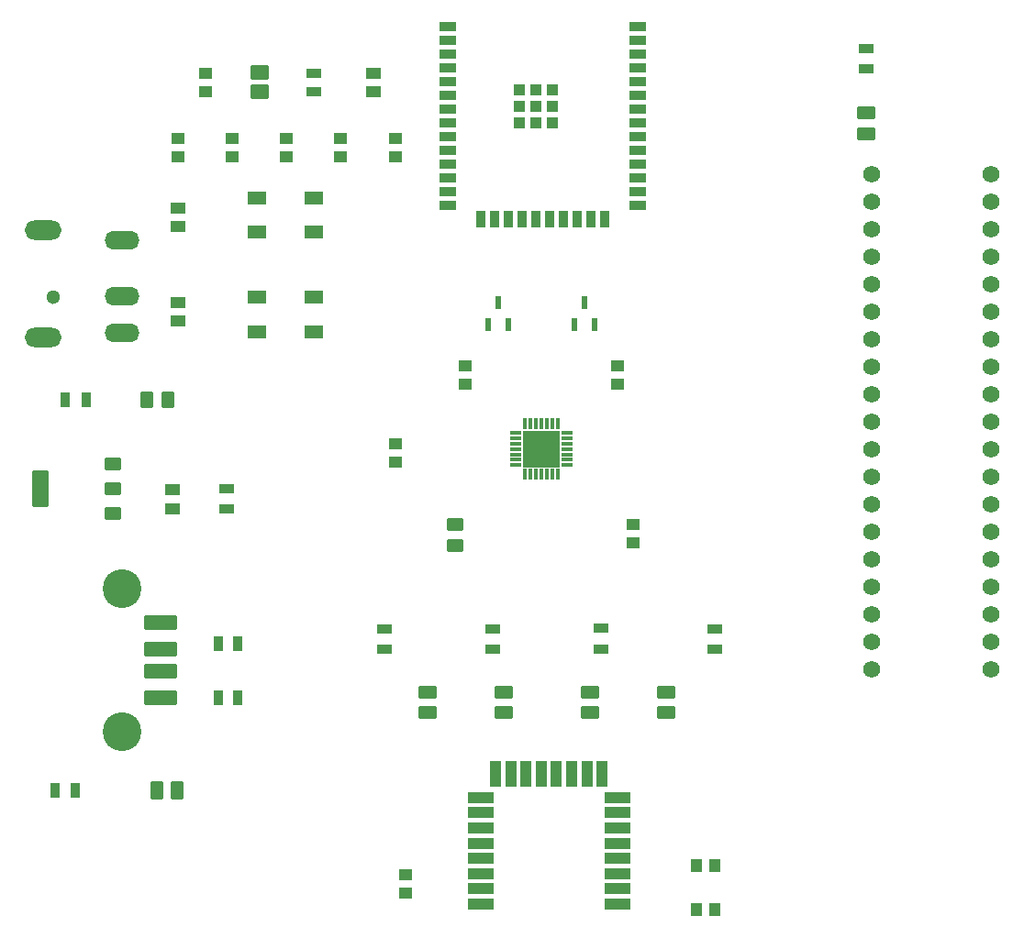
<source format=gbr>
%TF.GenerationSoftware,KiCad,Pcbnew,8.0.3*%
%TF.CreationDate,2024-10-11T11:20:33-04:00*%
%TF.ProjectId,G7 Senior Design V2,47372053-656e-4696-9f72-204465736967,rev?*%
%TF.SameCoordinates,Original*%
%TF.FileFunction,Soldermask,Top*%
%TF.FilePolarity,Negative*%
%FSLAX46Y46*%
G04 Gerber Fmt 4.6, Leading zero omitted, Abs format (unit mm)*
G04 Created by KiCad (PCBNEW 8.0.3) date 2024-10-11 11:20:33*
%MOMM*%
%LPD*%
G01*
G04 APERTURE LIST*
G04 Aperture macros list*
%AMRoundRect*
0 Rectangle with rounded corners*
0 $1 Rounding radius*
0 $2 $3 $4 $5 $6 $7 $8 $9 X,Y pos of 4 corners*
0 Add a 4 corners polygon primitive as box body*
4,1,4,$2,$3,$4,$5,$6,$7,$8,$9,$2,$3,0*
0 Add four circle primitives for the rounded corners*
1,1,$1+$1,$2,$3*
1,1,$1+$1,$4,$5*
1,1,$1+$1,$6,$7*
1,1,$1+$1,$8,$9*
0 Add four rect primitives between the rounded corners*
20,1,$1+$1,$2,$3,$4,$5,0*
20,1,$1+$1,$4,$5,$6,$7,0*
20,1,$1+$1,$6,$7,$8,$9,0*
20,1,$1+$1,$8,$9,$2,$3,0*%
G04 Aperture macros list end*
%ADD10R,1.346200X1.117600*%
%ADD11C,1.574800*%
%ADD12R,0.812800X1.346200*%
%ADD13R,1.400000X0.950000*%
%ADD14RoundRect,0.102000X-0.775000X-0.500000X0.775000X-0.500000X0.775000X0.500000X-0.775000X0.500000X0*%
%ADD15R,1.199998X1.005599*%
%ADD16R,1.219200X1.066800*%
%ADD17RoundRect,0.102000X0.710000X-0.500000X0.710000X0.500000X-0.710000X0.500000X-0.710000X-0.500000X0*%
%ADD18R,1.016000X1.193800*%
%ADD19C,1.300000*%
%ADD20O,3.204000X1.704000*%
%ADD21O,3.404000X1.804000*%
%ADD22RoundRect,0.102000X-0.735000X0.565000X-0.735000X-0.565000X0.735000X-0.565000X0.735000X0.565000X0*%
%ADD23R,2.438400X0.990600*%
%ADD24R,0.990600X2.438400*%
%ADD25RoundRect,0.102000X-1.440000X0.560000X-1.440000X-0.560000X1.440000X-0.560000X1.440000X0.560000X0*%
%ADD26C,3.580000*%
%ADD27RoundRect,0.102000X0.460000X0.690000X-0.460000X0.690000X-0.460000X-0.690000X0.460000X-0.690000X0*%
%ADD28R,0.950000X1.400000*%
%ADD29R,0.558800X1.219200*%
%ADD30RoundRect,0.102000X-0.690000X0.460000X-0.690000X-0.460000X0.690000X-0.460000X0.690000X0.460000X0*%
%ADD31RoundRect,0.102000X0.500000X0.710000X-0.500000X0.710000X-0.500000X-0.710000X0.500000X-0.710000X0*%
%ADD32R,1.390000X0.910000*%
%ADD33R,1.498600X0.889000*%
%ADD34R,0.889000X1.498600*%
%ADD35R,1.041400X1.041400*%
%ADD36RoundRect,0.085050X0.671950X0.481950X-0.671950X0.481950X-0.671950X-0.481950X0.671950X-0.481950X0*%
%ADD37RoundRect,0.113550X0.643450X1.608450X-0.643450X1.608450X-0.643450X-1.608450X0.643450X-1.608450X0*%
%ADD38R,1.193800X1.016000*%
%ADD39R,1.000000X0.300000*%
%ADD40R,0.300000X1.000000*%
%ADD41R,3.350000X3.350000*%
%ADD42R,1.346200X0.812800*%
G04 APERTURE END LIST*
D10*
%TO.C,C1*%
X116000000Y-83500000D03*
X116000000Y-85201800D03*
%TD*%
D11*
%TO.C,J3*%
X191000000Y-117360000D03*
X191000000Y-114820000D03*
X191000000Y-112280000D03*
X191000000Y-109740000D03*
X191000000Y-107200000D03*
X191000000Y-104660000D03*
X191000000Y-102120000D03*
X191000000Y-99580000D03*
X191000000Y-97040000D03*
X191000000Y-94500000D03*
X191000000Y-91960000D03*
X191000000Y-89420000D03*
X191000000Y-86880000D03*
X191000000Y-84340000D03*
X191000000Y-81800000D03*
X191000000Y-79260000D03*
X191000000Y-76720000D03*
X191000000Y-74180000D03*
X191000000Y-71640000D03*
%TD*%
%TO.C,J4*%
X180000000Y-117320000D03*
X180000000Y-114780000D03*
X180000000Y-112240000D03*
X180000000Y-109700000D03*
X180000000Y-107160000D03*
X180000000Y-104620000D03*
X180000000Y-102080000D03*
X180000000Y-99540000D03*
X180000000Y-97000000D03*
X180000000Y-94460000D03*
X180000000Y-91920000D03*
X180000000Y-89380000D03*
X180000000Y-86840000D03*
X180000000Y-84300000D03*
X180000000Y-81760000D03*
X180000000Y-79220000D03*
X180000000Y-76680000D03*
X180000000Y-74140000D03*
X180000000Y-71600000D03*
%TD*%
D12*
%TO.C,R26*%
X119696600Y-120000000D03*
X121500000Y-120000000D03*
%TD*%
D13*
%TO.C,D2*%
X155000000Y-113550000D03*
X155000000Y-115450000D03*
%TD*%
D14*
%TO.C,EN*%
X123250000Y-73800000D03*
X128500000Y-73800000D03*
X123250000Y-77000000D03*
X128500000Y-77000000D03*
%TD*%
D15*
%TO.C,R11*%
X116000000Y-68294402D03*
X116000000Y-70000000D03*
%TD*%
D12*
%TO.C,R25*%
X119696600Y-115000000D03*
X121500000Y-115000000D03*
%TD*%
D13*
%TO.C,D1*%
X165500000Y-113600000D03*
X165500000Y-115500000D03*
%TD*%
D16*
%TO.C,C14*%
X131000000Y-70000000D03*
X131000000Y-68349000D03*
%TD*%
%TO.C,C22*%
X136000000Y-68349000D03*
X136000000Y-70000000D03*
%TD*%
D17*
%TO.C,R6*%
X139000000Y-121370000D03*
X139000000Y-119500000D03*
%TD*%
D18*
%TO.C,R33*%
X163798200Y-139500000D03*
X165500000Y-139500000D03*
%TD*%
D19*
%TO.C,J2*%
X104500000Y-83000000D03*
D20*
X110800000Y-86300000D03*
X110800000Y-77700000D03*
X110800000Y-82900000D03*
D21*
X103500000Y-86700000D03*
X103500000Y-76800000D03*
%TD*%
D22*
%TO.C,C19*%
X123500000Y-62218000D03*
X123500000Y-64000000D03*
%TD*%
D23*
%TO.C,U2*%
X156500000Y-139000000D03*
X156500000Y-137600001D03*
X156500000Y-136200001D03*
X156500000Y-134800001D03*
X156500000Y-133399999D03*
X156500000Y-131999999D03*
X156500000Y-130599999D03*
X156500000Y-129200000D03*
D24*
X155096101Y-126999998D03*
X153696102Y-126999998D03*
X152296102Y-126999998D03*
X150896102Y-126999998D03*
X149496100Y-126999998D03*
X148096100Y-126999998D03*
X146696100Y-126999998D03*
X145296101Y-126999998D03*
D23*
X143892202Y-129200000D03*
X143892202Y-130599999D03*
X143892202Y-131999999D03*
X143892202Y-133399999D03*
X143892202Y-134800001D03*
X143892202Y-136200001D03*
X143892202Y-137600001D03*
X143892202Y-139000000D03*
%TD*%
D10*
%TO.C,C31*%
X116000000Y-74798200D03*
X116000000Y-76500000D03*
%TD*%
D25*
%TO.C,J1*%
X114372500Y-113000000D03*
X114372500Y-115500000D03*
X114372500Y-117500000D03*
X114372500Y-120000000D03*
D26*
X110792500Y-109930000D03*
X110792500Y-123070000D03*
%TD*%
D27*
%TO.C,R2*%
X115000000Y-92500000D03*
X113090000Y-92500000D03*
%TD*%
D15*
%TO.C,R22*%
X156500000Y-91000000D03*
X156500000Y-89294402D03*
%TD*%
D13*
%TO.C,D3*%
X145000000Y-113600000D03*
X145000000Y-115500000D03*
%TD*%
D28*
%TO.C,D5*%
X104600000Y-128500000D03*
X106500000Y-128500000D03*
%TD*%
D13*
%TO.C,D6*%
X179500000Y-60000000D03*
X179500000Y-61900000D03*
%TD*%
D29*
%TO.C,Q1*%
X144549999Y-85520999D03*
X146450001Y-85520999D03*
X145500000Y-83479000D03*
%TD*%
D17*
%TO.C,R5*%
X161000000Y-121370000D03*
X161000000Y-119500000D03*
%TD*%
D15*
%TO.C,R15-1*%
X137000000Y-136294402D03*
X137000000Y-138000000D03*
%TD*%
D30*
%TO.C,R24*%
X141500000Y-104000000D03*
X141500000Y-105910000D03*
%TD*%
D16*
%TO.C,C3*%
X118500000Y-62349000D03*
X118500000Y-64000000D03*
%TD*%
D17*
%TO.C,R4*%
X154000000Y-121370000D03*
X154000000Y-119500000D03*
%TD*%
D31*
%TO.C,R1*%
X115870000Y-128500000D03*
X114000000Y-128500000D03*
%TD*%
D15*
%TO.C,R23*%
X158000000Y-104000000D03*
X158000000Y-105705598D03*
%TD*%
D16*
%TO.C,C15*%
X126000000Y-68349000D03*
X126000000Y-70000000D03*
%TD*%
D32*
%TO.C,C20*%
X128500000Y-62360000D03*
X128500000Y-64000000D03*
%TD*%
D17*
%TO.C,R7*%
X146000000Y-121370000D03*
X146000000Y-119500000D03*
%TD*%
D14*
%TO.C,IO0*%
X123250000Y-83000000D03*
X128500000Y-83000000D03*
X123250000Y-86200000D03*
X128500000Y-86200000D03*
%TD*%
D33*
%TO.C,U1*%
X140905000Y-58000000D03*
X140905000Y-59270000D03*
X140905000Y-60540000D03*
X140905000Y-61810000D03*
X140905000Y-63080000D03*
X140905000Y-64350000D03*
X140905000Y-65620000D03*
X140905000Y-66890000D03*
X140905000Y-68160000D03*
X140905000Y-69430000D03*
X140905000Y-70700000D03*
X140905000Y-71970000D03*
X140905000Y-73240000D03*
X140905000Y-74510000D03*
D34*
X143940000Y-75760000D03*
X145210000Y-75760000D03*
X146480000Y-75760000D03*
X147750000Y-75760000D03*
X149020000Y-75760000D03*
X150290000Y-75760000D03*
X151560000Y-75760000D03*
X152830000Y-75760000D03*
X154100000Y-75760000D03*
X155370000Y-75760000D03*
D33*
X158405000Y-74510000D03*
X158405000Y-73240000D03*
X158405000Y-71970000D03*
X158405000Y-70700000D03*
X158405000Y-69430000D03*
X158405000Y-68160000D03*
X158405000Y-66890000D03*
X158405000Y-65620000D03*
X158405000Y-64350000D03*
X158405000Y-63080000D03*
X158405000Y-61810000D03*
X158405000Y-60540000D03*
X158405000Y-59270000D03*
X158405000Y-58000000D03*
D35*
X148975000Y-65340000D03*
X147450000Y-63815000D03*
X147450000Y-65340000D03*
X147450000Y-66865000D03*
X148975000Y-66865000D03*
X150500000Y-66865000D03*
X150500000Y-65340000D03*
X150500000Y-63815000D03*
X148975000Y-63815000D03*
%TD*%
D15*
%TO.C,R21*%
X142500000Y-91000000D03*
X142500000Y-89294402D03*
%TD*%
D13*
%TO.C,D4*%
X135000000Y-113600000D03*
X135000000Y-115500000D03*
%TD*%
D36*
%TO.C,U3*%
X110000000Y-103000000D03*
X110000000Y-100710000D03*
X110000000Y-98420000D03*
D37*
X103310000Y-100710000D03*
%TD*%
D17*
%TO.C,R3*%
X179500000Y-67870000D03*
X179500000Y-66000000D03*
%TD*%
D28*
%TO.C,LED1*%
X105600000Y-92500000D03*
X107500000Y-92500000D03*
%TD*%
D38*
%TO.C,R32*%
X136000000Y-96500000D03*
X136000000Y-98201800D03*
%TD*%
D29*
%TO.C,Q2*%
X152549999Y-85520999D03*
X154450001Y-85520999D03*
X153500000Y-83479000D03*
%TD*%
D15*
%TO.C,R34*%
X121000000Y-68294402D03*
X121000000Y-70000000D03*
%TD*%
D39*
%TO.C,IC3*%
X147150000Y-95500000D03*
X147150000Y-96000000D03*
X147150000Y-96500000D03*
X147150000Y-97000000D03*
X147150000Y-97500000D03*
X147150000Y-98000000D03*
X147150000Y-98500000D03*
D40*
X148000000Y-99350000D03*
X148500000Y-99350000D03*
X149000000Y-99350000D03*
X149500000Y-99350000D03*
X150000000Y-99350000D03*
X150500000Y-99350000D03*
X151000000Y-99350000D03*
D39*
X151850000Y-98500000D03*
X151850000Y-98000000D03*
X151850000Y-97500000D03*
X151850000Y-97000000D03*
X151850000Y-96500000D03*
X151850000Y-96000000D03*
X151850000Y-95500000D03*
D40*
X151000000Y-94650000D03*
X150500000Y-94650000D03*
X150000000Y-94650000D03*
X149500000Y-94650000D03*
X149000000Y-94650000D03*
X148500000Y-94650000D03*
X148000000Y-94650000D03*
D41*
X149500000Y-97000000D03*
%TD*%
D42*
%TO.C,R0-1*%
X120500000Y-100696600D03*
X120500000Y-102500000D03*
%TD*%
D10*
%TO.C,C21*%
X134000000Y-62298200D03*
X134000000Y-64000000D03*
%TD*%
D18*
%TO.C,R31*%
X163798200Y-135500000D03*
X165500000Y-135500000D03*
%TD*%
D10*
%TO.C,C3-1*%
X115500000Y-100798200D03*
X115500000Y-102500000D03*
%TD*%
M02*

</source>
